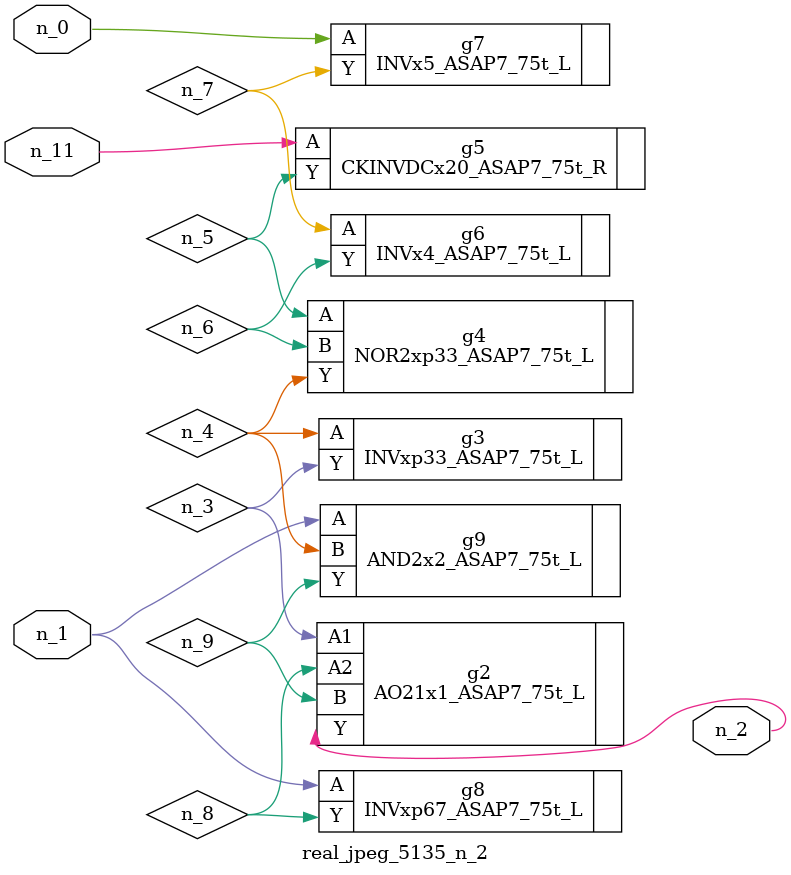
<source format=v>
module real_jpeg_5135_n_2 (n_1, n_11, n_0, n_2);

input n_1;
input n_11;
input n_0;

output n_2;

wire n_5;
wire n_8;
wire n_4;
wire n_6;
wire n_7;
wire n_3;
wire n_9;

INVx5_ASAP7_75t_L g7 ( 
.A(n_0),
.Y(n_7)
);

INVxp67_ASAP7_75t_L g8 ( 
.A(n_1),
.Y(n_8)
);

AND2x2_ASAP7_75t_L g9 ( 
.A(n_1),
.B(n_4),
.Y(n_9)
);

AO21x1_ASAP7_75t_L g2 ( 
.A1(n_3),
.A2(n_8),
.B(n_9),
.Y(n_2)
);

INVxp33_ASAP7_75t_L g3 ( 
.A(n_4),
.Y(n_3)
);

NOR2xp33_ASAP7_75t_L g4 ( 
.A(n_5),
.B(n_6),
.Y(n_4)
);

INVx4_ASAP7_75t_L g6 ( 
.A(n_7),
.Y(n_6)
);

CKINVDCx20_ASAP7_75t_R g5 ( 
.A(n_11),
.Y(n_5)
);


endmodule
</source>
